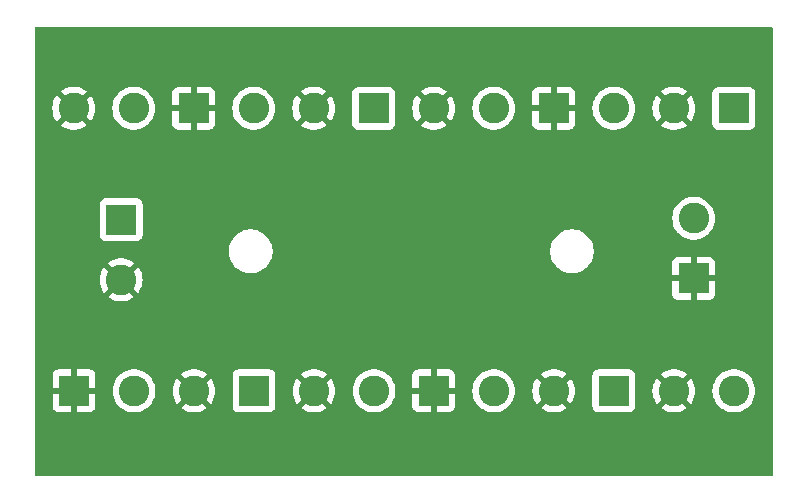
<source format=gbr>
%TF.GenerationSoftware,KiCad,Pcbnew,8.0.2*%
%TF.CreationDate,2024-10-28T21:49:57+01:00*%
%TF.ProjectId,SplitX_2,53706c69-7458-45f3-922e-6b696361645f,rev?*%
%TF.SameCoordinates,Original*%
%TF.FileFunction,Copper,L1,Top*%
%TF.FilePolarity,Positive*%
%FSLAX46Y46*%
G04 Gerber Fmt 4.6, Leading zero omitted, Abs format (unit mm)*
G04 Created by KiCad (PCBNEW 8.0.2) date 2024-10-28 21:49:57*
%MOMM*%
%LPD*%
G01*
G04 APERTURE LIST*
%TA.AperFunction,ComponentPad*%
%ADD10R,2.600000X2.600000*%
%TD*%
%TA.AperFunction,ComponentPad*%
%ADD11C,2.600000*%
%TD*%
G04 APERTURE END LIST*
D10*
%TO.P,J5,1,Pin_1*%
%TO.N,B*%
X220218000Y-43891000D03*
D11*
%TO.P,J5,2,Pin_2*%
%TO.N,A*%
X215138000Y-43891000D03*
%TO.P,J5,3,Pin_3*%
%TO.N,B*%
X210058000Y-43891000D03*
%TD*%
D10*
%TO.P,J6,1,Pin_1*%
%TO.N,B*%
X210080000Y-67818000D03*
D11*
%TO.P,J6,2,Pin_2*%
%TO.N,A*%
X215160000Y-67818000D03*
%TO.P,J6,3,Pin_3*%
%TO.N,B*%
X220240000Y-67818000D03*
%TD*%
D10*
%TO.P,J4,1,Pin_1*%
%TO.N,A*%
X194840000Y-67818000D03*
D11*
%TO.P,J4,2,Pin_2*%
%TO.N,B*%
X199920000Y-67818000D03*
%TO.P,J4,3,Pin_3*%
%TO.N,A*%
X205000000Y-67818000D03*
%TD*%
D10*
%TO.P,J1,1,Pin_1*%
%TO.N,B*%
X198831000Y-53335000D03*
D11*
%TO.P,J1,2,Pin_2*%
%TO.N,A*%
X198831000Y-58415000D03*
%TD*%
D10*
%TO.P,J8,1,Pin_1*%
%TO.N,A*%
X225298000Y-67818000D03*
D11*
%TO.P,J8,2,Pin_2*%
%TO.N,B*%
X230378000Y-67818000D03*
%TO.P,J8,3,Pin_3*%
%TO.N,A*%
X235458000Y-67818000D03*
%TD*%
D10*
%TO.P,J2,1,Pin_1*%
%TO.N,B*%
X250703000Y-43891000D03*
D11*
%TO.P,J2,2,Pin_2*%
%TO.N,A*%
X245623000Y-43891000D03*
%TO.P,J2,3,Pin_3*%
%TO.N,B*%
X240543000Y-43891000D03*
%TD*%
D10*
%TO.P,J7,1,Pin_1*%
%TO.N,A*%
X204978000Y-43891000D03*
D11*
%TO.P,J7,2,Pin_2*%
%TO.N,B*%
X199898000Y-43891000D03*
%TO.P,J7,3,Pin_3*%
%TO.N,A*%
X194818000Y-43891000D03*
%TD*%
D10*
%TO.P,J9,1,Pin_1*%
%TO.N,B*%
X240544000Y-67818000D03*
D11*
%TO.P,J9,2,Pin_2*%
%TO.N,A*%
X245624000Y-67818000D03*
%TO.P,J9,3,Pin_3*%
%TO.N,B*%
X250704000Y-67818000D03*
%TD*%
D10*
%TO.P,J10,1,Pin_1*%
%TO.N,A*%
X247305000Y-58291000D03*
D11*
%TO.P,J10,2,Pin_2*%
%TO.N,B*%
X247305000Y-53211000D03*
%TD*%
D10*
%TO.P,J3,1,Pin_1*%
%TO.N,A*%
X235458000Y-43891000D03*
D11*
%TO.P,J3,2,Pin_2*%
%TO.N,B*%
X230378000Y-43891000D03*
%TO.P,J3,3,Pin_3*%
%TO.N,A*%
X225298000Y-43891000D03*
%TD*%
%TA.AperFunction,Conductor*%
%TO.N,A*%
G36*
X253942121Y-37020002D02*
G01*
X253988614Y-37073658D01*
X254000000Y-37126000D01*
X254000000Y-74874000D01*
X253979998Y-74942121D01*
X253926342Y-74988614D01*
X253874000Y-75000000D01*
X191626000Y-75000000D01*
X191557879Y-74979998D01*
X191511386Y-74926342D01*
X191500000Y-74874000D01*
X191500000Y-66469402D01*
X193032000Y-66469402D01*
X193032000Y-67564000D01*
X194241656Y-67564000D01*
X194214979Y-67628402D01*
X194190000Y-67753981D01*
X194190000Y-67882019D01*
X194214979Y-68007598D01*
X194241656Y-68072000D01*
X193032000Y-68072000D01*
X193032000Y-69166597D01*
X193038505Y-69227093D01*
X193089555Y-69363964D01*
X193089555Y-69363965D01*
X193177095Y-69480904D01*
X193294034Y-69568444D01*
X193430906Y-69619494D01*
X193491402Y-69625999D01*
X193491415Y-69626000D01*
X194586000Y-69626000D01*
X194586000Y-68416344D01*
X194650402Y-68443021D01*
X194775981Y-68468000D01*
X194904019Y-68468000D01*
X195029598Y-68443021D01*
X195094000Y-68416344D01*
X195094000Y-69626000D01*
X196188585Y-69626000D01*
X196188597Y-69625999D01*
X196249093Y-69619494D01*
X196385964Y-69568444D01*
X196385965Y-69568444D01*
X196502904Y-69480904D01*
X196590444Y-69363965D01*
X196590444Y-69363964D01*
X196641494Y-69227093D01*
X196647999Y-69166597D01*
X196648000Y-69166585D01*
X196648000Y-68072000D01*
X195438344Y-68072000D01*
X195465021Y-68007598D01*
X195490000Y-67882019D01*
X195490000Y-67818000D01*
X198106429Y-67818000D01*
X198126685Y-68088302D01*
X198187001Y-68352560D01*
X198187002Y-68352562D01*
X198286027Y-68604875D01*
X198286030Y-68604883D01*
X198421554Y-68839617D01*
X198421556Y-68839620D01*
X198421557Y-68839621D01*
X198473453Y-68904697D01*
X198590561Y-69051546D01*
X198714545Y-69166585D01*
X198789257Y-69235907D01*
X198789263Y-69235911D01*
X199013205Y-69388593D01*
X199013212Y-69388597D01*
X199013215Y-69388599D01*
X199154003Y-69456399D01*
X199257423Y-69506204D01*
X199257436Y-69506209D01*
X199516431Y-69586098D01*
X199516433Y-69586098D01*
X199516442Y-69586101D01*
X199784472Y-69626500D01*
X199784476Y-69626500D01*
X200055524Y-69626500D01*
X200055528Y-69626500D01*
X200323558Y-69586101D01*
X200323568Y-69586098D01*
X200582563Y-69506209D01*
X200582565Y-69506207D01*
X200582572Y-69506206D01*
X200582577Y-69506203D01*
X200582581Y-69506202D01*
X200826780Y-69388602D01*
X200826780Y-69388601D01*
X200826786Y-69388599D01*
X201050743Y-69235907D01*
X201249442Y-69051542D01*
X201418443Y-68839621D01*
X201553971Y-68604879D01*
X201652999Y-68352559D01*
X201713315Y-68088299D01*
X201733571Y-67818000D01*
X203186930Y-67818000D01*
X203207180Y-68088227D01*
X203267480Y-68352413D01*
X203267481Y-68352416D01*
X203366480Y-68604664D01*
X203501968Y-68839335D01*
X203554092Y-68904696D01*
X203554093Y-68904696D01*
X204397301Y-68061488D01*
X204423978Y-68125890D01*
X204495112Y-68232351D01*
X204585649Y-68322888D01*
X204692110Y-68394022D01*
X204756510Y-68420698D01*
X203912455Y-69264752D01*
X203912455Y-69264753D01*
X204093469Y-69388167D01*
X204093470Y-69388168D01*
X204337602Y-69505735D01*
X204596547Y-69585611D01*
X204596555Y-69585612D01*
X204864513Y-69626000D01*
X205135487Y-69626000D01*
X205403444Y-69585612D01*
X205403452Y-69585611D01*
X205662397Y-69505735D01*
X205906529Y-69388168D01*
X205906530Y-69388167D01*
X206087544Y-69264753D01*
X205243489Y-68420698D01*
X205307890Y-68394022D01*
X205414351Y-68322888D01*
X205504888Y-68232351D01*
X205576022Y-68125890D01*
X205602698Y-68061489D01*
X206445906Y-68904697D01*
X206445907Y-68904696D01*
X206498025Y-68839343D01*
X206498031Y-68839335D01*
X206633519Y-68604664D01*
X206732518Y-68352416D01*
X206732519Y-68352413D01*
X206792819Y-68088227D01*
X206813069Y-67818000D01*
X206792819Y-67547772D01*
X206732519Y-67283586D01*
X206732518Y-67283583D01*
X206633519Y-67031335D01*
X206498031Y-66796664D01*
X206445906Y-66731302D01*
X206445905Y-66731302D01*
X205602697Y-67574509D01*
X205576022Y-67510110D01*
X205504888Y-67403649D01*
X205414351Y-67313112D01*
X205307890Y-67241978D01*
X205243488Y-67215301D01*
X205989439Y-66469350D01*
X208271500Y-66469350D01*
X208271500Y-69166649D01*
X208278009Y-69227196D01*
X208278011Y-69227204D01*
X208329110Y-69364202D01*
X208329112Y-69364207D01*
X208416738Y-69481261D01*
X208533792Y-69568887D01*
X208533794Y-69568888D01*
X208533796Y-69568889D01*
X208578629Y-69585611D01*
X208670795Y-69619988D01*
X208670803Y-69619990D01*
X208731350Y-69626499D01*
X208731355Y-69626499D01*
X208731362Y-69626500D01*
X208731368Y-69626500D01*
X211428632Y-69626500D01*
X211428638Y-69626500D01*
X211428645Y-69626499D01*
X211428649Y-69626499D01*
X211489196Y-69619990D01*
X211489199Y-69619989D01*
X211489201Y-69619989D01*
X211626204Y-69568889D01*
X211626799Y-69568444D01*
X211743261Y-69481261D01*
X211830887Y-69364207D01*
X211830887Y-69364206D01*
X211830889Y-69364204D01*
X211881989Y-69227201D01*
X211888500Y-69166638D01*
X211888500Y-67818000D01*
X213346930Y-67818000D01*
X213367180Y-68088227D01*
X213427480Y-68352413D01*
X213427481Y-68352416D01*
X213526480Y-68604664D01*
X213661968Y-68839335D01*
X213714092Y-68904696D01*
X213714093Y-68904696D01*
X214557301Y-68061488D01*
X214583978Y-68125890D01*
X214655112Y-68232351D01*
X214745649Y-68322888D01*
X214852110Y-68394022D01*
X214916510Y-68420698D01*
X214072455Y-69264752D01*
X214072455Y-69264753D01*
X214253469Y-69388167D01*
X214253470Y-69388168D01*
X214497602Y-69505735D01*
X214756547Y-69585611D01*
X214756555Y-69585612D01*
X215024513Y-69626000D01*
X215295487Y-69626000D01*
X215563444Y-69585612D01*
X215563452Y-69585611D01*
X215822397Y-69505735D01*
X216066529Y-69388168D01*
X216066530Y-69388167D01*
X216247544Y-69264753D01*
X215403489Y-68420698D01*
X215467890Y-68394022D01*
X215574351Y-68322888D01*
X215664888Y-68232351D01*
X215736022Y-68125890D01*
X215762698Y-68061489D01*
X216605906Y-68904697D01*
X216605907Y-68904696D01*
X216658025Y-68839343D01*
X216658031Y-68839335D01*
X216793519Y-68604664D01*
X216892518Y-68352416D01*
X216892519Y-68352413D01*
X216952819Y-68088227D01*
X216973069Y-67818000D01*
X218426429Y-67818000D01*
X218446685Y-68088302D01*
X218507001Y-68352560D01*
X218507002Y-68352562D01*
X218606027Y-68604875D01*
X218606030Y-68604883D01*
X218741554Y-68839617D01*
X218741556Y-68839620D01*
X218741557Y-68839621D01*
X218793453Y-68904697D01*
X218910561Y-69051546D01*
X219034545Y-69166585D01*
X219109257Y-69235907D01*
X219109263Y-69235911D01*
X219333205Y-69388593D01*
X219333212Y-69388597D01*
X219333215Y-69388599D01*
X219474003Y-69456399D01*
X219577423Y-69506204D01*
X219577436Y-69506209D01*
X219836431Y-69586098D01*
X219836433Y-69586098D01*
X219836442Y-69586101D01*
X220104472Y-69626500D01*
X220104476Y-69626500D01*
X220375524Y-69626500D01*
X220375528Y-69626500D01*
X220643558Y-69586101D01*
X220643568Y-69586098D01*
X220902563Y-69506209D01*
X220902565Y-69506207D01*
X220902572Y-69506206D01*
X220902577Y-69506203D01*
X220902581Y-69506202D01*
X221146780Y-69388602D01*
X221146780Y-69388601D01*
X221146786Y-69388599D01*
X221370743Y-69235907D01*
X221569442Y-69051542D01*
X221738443Y-68839621D01*
X221873971Y-68604879D01*
X221972999Y-68352559D01*
X222033315Y-68088299D01*
X222053571Y-67818000D01*
X222033315Y-67547701D01*
X221972999Y-67283441D01*
X221873971Y-67031121D01*
X221873970Y-67031120D01*
X221873969Y-67031116D01*
X221738445Y-66796382D01*
X221569438Y-66584453D01*
X221445441Y-66469402D01*
X223490000Y-66469402D01*
X223490000Y-67564000D01*
X224699656Y-67564000D01*
X224672979Y-67628402D01*
X224648000Y-67753981D01*
X224648000Y-67882019D01*
X224672979Y-68007598D01*
X224699656Y-68072000D01*
X223490000Y-68072000D01*
X223490000Y-69166597D01*
X223496505Y-69227093D01*
X223547555Y-69363964D01*
X223547555Y-69363965D01*
X223635095Y-69480904D01*
X223752034Y-69568444D01*
X223888906Y-69619494D01*
X223949402Y-69625999D01*
X223949415Y-69626000D01*
X225044000Y-69626000D01*
X225044000Y-68416344D01*
X225108402Y-68443021D01*
X225233981Y-68468000D01*
X225362019Y-68468000D01*
X225487598Y-68443021D01*
X225552000Y-68416344D01*
X225552000Y-69626000D01*
X226646585Y-69626000D01*
X226646597Y-69625999D01*
X226707093Y-69619494D01*
X226843964Y-69568444D01*
X226843965Y-69568444D01*
X226960904Y-69480904D01*
X227048444Y-69363965D01*
X227048444Y-69363964D01*
X227099494Y-69227093D01*
X227105999Y-69166597D01*
X227106000Y-69166585D01*
X227106000Y-68072000D01*
X225896344Y-68072000D01*
X225923021Y-68007598D01*
X225948000Y-67882019D01*
X225948000Y-67818000D01*
X228564429Y-67818000D01*
X228584685Y-68088302D01*
X228645001Y-68352560D01*
X228645002Y-68352562D01*
X228744027Y-68604875D01*
X228744030Y-68604883D01*
X228879554Y-68839617D01*
X228879556Y-68839620D01*
X228879557Y-68839621D01*
X228931453Y-68904697D01*
X229048561Y-69051546D01*
X229172545Y-69166585D01*
X229247257Y-69235907D01*
X229247263Y-69235911D01*
X229471205Y-69388593D01*
X229471212Y-69388597D01*
X229471215Y-69388599D01*
X229612003Y-69456399D01*
X229715423Y-69506204D01*
X229715436Y-69506209D01*
X229974431Y-69586098D01*
X229974433Y-69586098D01*
X229974442Y-69586101D01*
X230242472Y-69626500D01*
X230242476Y-69626500D01*
X230513524Y-69626500D01*
X230513528Y-69626500D01*
X230781558Y-69586101D01*
X230781568Y-69586098D01*
X231040563Y-69506209D01*
X231040565Y-69506207D01*
X231040572Y-69506206D01*
X231040577Y-69506203D01*
X231040581Y-69506202D01*
X231284780Y-69388602D01*
X231284780Y-69388601D01*
X231284786Y-69388599D01*
X231508743Y-69235907D01*
X231707442Y-69051542D01*
X231876443Y-68839621D01*
X232011971Y-68604879D01*
X232110999Y-68352559D01*
X232171315Y-68088299D01*
X232191571Y-67818000D01*
X233644930Y-67818000D01*
X233665180Y-68088227D01*
X233725480Y-68352413D01*
X233725481Y-68352416D01*
X233824480Y-68604664D01*
X233959968Y-68839335D01*
X234012092Y-68904696D01*
X234012093Y-68904696D01*
X234855301Y-68061488D01*
X234881978Y-68125890D01*
X234953112Y-68232351D01*
X235043649Y-68322888D01*
X235150110Y-68394022D01*
X235214510Y-68420698D01*
X234370455Y-69264752D01*
X234370455Y-69264753D01*
X234551469Y-69388167D01*
X234551470Y-69388168D01*
X234795602Y-69505735D01*
X235054547Y-69585611D01*
X235054555Y-69585612D01*
X235322513Y-69626000D01*
X235593487Y-69626000D01*
X235861444Y-69585612D01*
X235861452Y-69585611D01*
X236120397Y-69505735D01*
X236364529Y-69388168D01*
X236364530Y-69388167D01*
X236545544Y-69264753D01*
X235701489Y-68420698D01*
X235765890Y-68394022D01*
X235872351Y-68322888D01*
X235962888Y-68232351D01*
X236034022Y-68125890D01*
X236060698Y-68061489D01*
X236903906Y-68904697D01*
X236903907Y-68904696D01*
X236956025Y-68839343D01*
X236956031Y-68839335D01*
X237091519Y-68604664D01*
X237190518Y-68352416D01*
X237190519Y-68352413D01*
X237250819Y-68088227D01*
X237271069Y-67818000D01*
X237250819Y-67547772D01*
X237190519Y-67283586D01*
X237190518Y-67283583D01*
X237091519Y-67031335D01*
X236956031Y-66796664D01*
X236903906Y-66731302D01*
X236903905Y-66731302D01*
X236060697Y-67574509D01*
X236034022Y-67510110D01*
X235962888Y-67403649D01*
X235872351Y-67313112D01*
X235765890Y-67241978D01*
X235701488Y-67215301D01*
X236447439Y-66469350D01*
X238735500Y-66469350D01*
X238735500Y-69166649D01*
X238742009Y-69227196D01*
X238742011Y-69227204D01*
X238793110Y-69364202D01*
X238793112Y-69364207D01*
X238880738Y-69481261D01*
X238997792Y-69568887D01*
X238997794Y-69568888D01*
X238997796Y-69568889D01*
X239042629Y-69585611D01*
X239134795Y-69619988D01*
X239134803Y-69619990D01*
X239195350Y-69626499D01*
X239195355Y-69626499D01*
X239195362Y-69626500D01*
X239195368Y-69626500D01*
X241892632Y-69626500D01*
X241892638Y-69626500D01*
X241892645Y-69626499D01*
X241892649Y-69626499D01*
X241953196Y-69619990D01*
X241953199Y-69619989D01*
X241953201Y-69619989D01*
X242090204Y-69568889D01*
X242090799Y-69568444D01*
X242207261Y-69481261D01*
X242294887Y-69364207D01*
X242294887Y-69364206D01*
X242294889Y-69364204D01*
X242345989Y-69227201D01*
X242352500Y-69166638D01*
X242352500Y-67818000D01*
X243810930Y-67818000D01*
X243831180Y-68088227D01*
X243891480Y-68352413D01*
X243891481Y-68352416D01*
X243990480Y-68604664D01*
X244125968Y-68839335D01*
X244178092Y-68904696D01*
X244178093Y-68904696D01*
X245021301Y-68061488D01*
X245047978Y-68125890D01*
X245119112Y-68232351D01*
X245209649Y-68322888D01*
X245316110Y-68394022D01*
X245380510Y-68420698D01*
X244536455Y-69264752D01*
X244536455Y-69264753D01*
X244717469Y-69388167D01*
X244717470Y-69388168D01*
X244961602Y-69505735D01*
X245220547Y-69585611D01*
X245220555Y-69585612D01*
X245488513Y-69626000D01*
X245759487Y-69626000D01*
X246027444Y-69585612D01*
X246027452Y-69585611D01*
X246286397Y-69505735D01*
X246530529Y-69388168D01*
X246530530Y-69388167D01*
X246711544Y-69264753D01*
X245867489Y-68420698D01*
X245931890Y-68394022D01*
X246038351Y-68322888D01*
X246128888Y-68232351D01*
X246200022Y-68125890D01*
X246226698Y-68061489D01*
X247069906Y-68904697D01*
X247069907Y-68904696D01*
X247122025Y-68839343D01*
X247122031Y-68839335D01*
X247257519Y-68604664D01*
X247356518Y-68352416D01*
X247356519Y-68352413D01*
X247416819Y-68088227D01*
X247437069Y-67818000D01*
X248890429Y-67818000D01*
X248910685Y-68088302D01*
X248971001Y-68352560D01*
X248971002Y-68352562D01*
X249070027Y-68604875D01*
X249070030Y-68604883D01*
X249205554Y-68839617D01*
X249205556Y-68839620D01*
X249205557Y-68839621D01*
X249257453Y-68904697D01*
X249374561Y-69051546D01*
X249498545Y-69166585D01*
X249573257Y-69235907D01*
X249573263Y-69235911D01*
X249797205Y-69388593D01*
X249797212Y-69388597D01*
X249797215Y-69388599D01*
X249938003Y-69456399D01*
X250041423Y-69506204D01*
X250041436Y-69506209D01*
X250300431Y-69586098D01*
X250300433Y-69586098D01*
X250300442Y-69586101D01*
X250568472Y-69626500D01*
X250568476Y-69626500D01*
X250839524Y-69626500D01*
X250839528Y-69626500D01*
X251107558Y-69586101D01*
X251107568Y-69586098D01*
X251366563Y-69506209D01*
X251366565Y-69506207D01*
X251366572Y-69506206D01*
X251366577Y-69506203D01*
X251366581Y-69506202D01*
X251610780Y-69388602D01*
X251610780Y-69388601D01*
X251610786Y-69388599D01*
X251834743Y-69235907D01*
X252033442Y-69051542D01*
X252202443Y-68839621D01*
X252337971Y-68604879D01*
X252436999Y-68352559D01*
X252497315Y-68088299D01*
X252517571Y-67818000D01*
X252497315Y-67547701D01*
X252436999Y-67283441D01*
X252337971Y-67031121D01*
X252337970Y-67031120D01*
X252337969Y-67031116D01*
X252202445Y-66796382D01*
X252033438Y-66584453D01*
X251844126Y-66408799D01*
X251834743Y-66400093D01*
X251792432Y-66371246D01*
X251646917Y-66272035D01*
X251610786Y-66247401D01*
X251610783Y-66247400D01*
X251610781Y-66247398D01*
X251610780Y-66247397D01*
X251366581Y-66129797D01*
X251366563Y-66129790D01*
X251107568Y-66049901D01*
X251107560Y-66049899D01*
X251107558Y-66049899D01*
X250839528Y-66009500D01*
X250568472Y-66009500D01*
X250300442Y-66049899D01*
X250300440Y-66049899D01*
X250300431Y-66049901D01*
X250041436Y-66129790D01*
X250041423Y-66129795D01*
X249797212Y-66247402D01*
X249797205Y-66247406D01*
X249573263Y-66400088D01*
X249573251Y-66400098D01*
X249374561Y-66584453D01*
X249205554Y-66796382D01*
X249070030Y-67031116D01*
X249070027Y-67031124D01*
X248971002Y-67283437D01*
X248971001Y-67283439D01*
X248910685Y-67547697D01*
X248890429Y-67818000D01*
X247437069Y-67818000D01*
X247416819Y-67547772D01*
X247356519Y-67283586D01*
X247356518Y-67283583D01*
X247257519Y-67031335D01*
X247122031Y-66796664D01*
X247069906Y-66731302D01*
X247069905Y-66731302D01*
X246226697Y-67574509D01*
X246200022Y-67510110D01*
X246128888Y-67403649D01*
X246038351Y-67313112D01*
X245931890Y-67241978D01*
X245867488Y-67215301D01*
X246711543Y-66371246D01*
X246711543Y-66371244D01*
X246530537Y-66247836D01*
X246530529Y-66247831D01*
X246286397Y-66130264D01*
X246027452Y-66050388D01*
X246027444Y-66050387D01*
X245759487Y-66010000D01*
X245488513Y-66010000D01*
X245220555Y-66050387D01*
X245220547Y-66050388D01*
X244961602Y-66130264D01*
X244717470Y-66247831D01*
X244717462Y-66247836D01*
X244536455Y-66371244D01*
X244536455Y-66371246D01*
X245380510Y-67215301D01*
X245316110Y-67241978D01*
X245209649Y-67313112D01*
X245119112Y-67403649D01*
X245047978Y-67510110D01*
X245021301Y-67574510D01*
X244178093Y-66731302D01*
X244178091Y-66731302D01*
X244125968Y-66796664D01*
X243990480Y-67031335D01*
X243891481Y-67283583D01*
X243891480Y-67283586D01*
X243831180Y-67547772D01*
X243810930Y-67818000D01*
X242352500Y-67818000D01*
X242352500Y-66469362D01*
X242346001Y-66408906D01*
X242345990Y-66408803D01*
X242345988Y-66408795D01*
X242294978Y-66272035D01*
X242294889Y-66271796D01*
X242294888Y-66271794D01*
X242294887Y-66271792D01*
X242207261Y-66154738D01*
X242090207Y-66067112D01*
X242090202Y-66067110D01*
X241953204Y-66016011D01*
X241953196Y-66016009D01*
X241892649Y-66009500D01*
X241892638Y-66009500D01*
X239195362Y-66009500D01*
X239195350Y-66009500D01*
X239134803Y-66016009D01*
X239134795Y-66016011D01*
X238997797Y-66067110D01*
X238997792Y-66067112D01*
X238880738Y-66154738D01*
X238793112Y-66271792D01*
X238793110Y-66271797D01*
X238742011Y-66408795D01*
X238742009Y-66408803D01*
X238735500Y-66469350D01*
X236447439Y-66469350D01*
X236545543Y-66371246D01*
X236545543Y-66371244D01*
X236364537Y-66247836D01*
X236364529Y-66247831D01*
X236120397Y-66130264D01*
X235861452Y-66050388D01*
X235861444Y-66050387D01*
X235593487Y-66010000D01*
X235322513Y-66010000D01*
X235054555Y-66050387D01*
X235054547Y-66050388D01*
X234795602Y-66130264D01*
X234551470Y-66247831D01*
X234551462Y-66247836D01*
X234370455Y-66371244D01*
X234370455Y-66371246D01*
X235214510Y-67215301D01*
X235150110Y-67241978D01*
X235043649Y-67313112D01*
X234953112Y-67403649D01*
X234881978Y-67510110D01*
X234855301Y-67574510D01*
X234012093Y-66731302D01*
X234012091Y-66731302D01*
X233959968Y-66796664D01*
X233824480Y-67031335D01*
X233725481Y-67283583D01*
X233725480Y-67283586D01*
X233665180Y-67547772D01*
X233644930Y-67818000D01*
X232191571Y-67818000D01*
X232171315Y-67547701D01*
X232110999Y-67283441D01*
X232011971Y-67031121D01*
X232011970Y-67031120D01*
X232011969Y-67031116D01*
X231876445Y-66796382D01*
X231707438Y-66584453D01*
X231518126Y-66408799D01*
X231508743Y-66400093D01*
X231466432Y-66371246D01*
X231320917Y-66272035D01*
X231284786Y-66247401D01*
X231284783Y-66247400D01*
X231284781Y-66247398D01*
X231284780Y-66247397D01*
X231040581Y-66129797D01*
X231040563Y-66129790D01*
X230781568Y-66049901D01*
X230781560Y-66049899D01*
X230781558Y-66049899D01*
X230513528Y-66009500D01*
X230242472Y-66009500D01*
X229974442Y-66049899D01*
X229974440Y-66049899D01*
X229974431Y-66049901D01*
X229715436Y-66129790D01*
X229715423Y-66129795D01*
X229471212Y-66247402D01*
X229471205Y-66247406D01*
X229247263Y-66400088D01*
X229247251Y-66400098D01*
X229048561Y-66584453D01*
X228879554Y-66796382D01*
X228744030Y-67031116D01*
X228744027Y-67031124D01*
X228645002Y-67283437D01*
X228645001Y-67283439D01*
X228584685Y-67547697D01*
X228564429Y-67818000D01*
X225948000Y-67818000D01*
X225948000Y-67753981D01*
X225923021Y-67628402D01*
X225896344Y-67564000D01*
X227106000Y-67564000D01*
X227106000Y-66469414D01*
X227105999Y-66469402D01*
X227099494Y-66408906D01*
X227048444Y-66272035D01*
X227048444Y-66272034D01*
X226960904Y-66155095D01*
X226843965Y-66067555D01*
X226707093Y-66016505D01*
X226646597Y-66010000D01*
X225552000Y-66010000D01*
X225552000Y-67219655D01*
X225487598Y-67192979D01*
X225362019Y-67168000D01*
X225233981Y-67168000D01*
X225108402Y-67192979D01*
X225044000Y-67219655D01*
X225044000Y-66010000D01*
X223949402Y-66010000D01*
X223888906Y-66016505D01*
X223752035Y-66067555D01*
X223752034Y-66067555D01*
X223635095Y-66155095D01*
X223547555Y-66272034D01*
X223547555Y-66272035D01*
X223496505Y-66408906D01*
X223490000Y-66469402D01*
X221445441Y-66469402D01*
X221380126Y-66408799D01*
X221370743Y-66400093D01*
X221328432Y-66371246D01*
X221182917Y-66272035D01*
X221146786Y-66247401D01*
X221146783Y-66247400D01*
X221146781Y-66247398D01*
X221146780Y-66247397D01*
X220902581Y-66129797D01*
X220902563Y-66129790D01*
X220643568Y-66049901D01*
X220643560Y-66049899D01*
X220643558Y-66049899D01*
X220375528Y-66009500D01*
X220104472Y-66009500D01*
X219836442Y-66049899D01*
X219836440Y-66049899D01*
X219836431Y-66049901D01*
X219577436Y-66129790D01*
X219577423Y-66129795D01*
X219333212Y-66247402D01*
X219333205Y-66247406D01*
X219109263Y-66400088D01*
X219109251Y-66400098D01*
X218910561Y-66584453D01*
X218741554Y-66796382D01*
X218606030Y-67031116D01*
X218606027Y-67031124D01*
X218507002Y-67283437D01*
X218507001Y-67283439D01*
X218446685Y-67547697D01*
X218426429Y-67818000D01*
X216973069Y-67818000D01*
X216952819Y-67547772D01*
X216892519Y-67283586D01*
X216892518Y-67283583D01*
X216793519Y-67031335D01*
X216658031Y-66796664D01*
X216605906Y-66731302D01*
X216605905Y-66731302D01*
X215762697Y-67574509D01*
X215736022Y-67510110D01*
X215664888Y-67403649D01*
X215574351Y-67313112D01*
X215467890Y-67241978D01*
X215403488Y-67215301D01*
X216247543Y-66371246D01*
X216247543Y-66371244D01*
X216066537Y-66247836D01*
X216066529Y-66247831D01*
X215822397Y-66130264D01*
X215563452Y-66050388D01*
X215563444Y-66050387D01*
X215295487Y-66010000D01*
X215024513Y-66010000D01*
X214756555Y-66050387D01*
X214756547Y-66050388D01*
X214497602Y-66130264D01*
X214253470Y-66247831D01*
X214253462Y-66247836D01*
X214072455Y-66371244D01*
X214072455Y-66371246D01*
X214916510Y-67215301D01*
X214852110Y-67241978D01*
X214745649Y-67313112D01*
X214655112Y-67403649D01*
X214583978Y-67510110D01*
X214557301Y-67574510D01*
X213714093Y-66731302D01*
X213714091Y-66731302D01*
X213661968Y-66796664D01*
X213526480Y-67031335D01*
X213427481Y-67283583D01*
X213427480Y-67283586D01*
X213367180Y-67547772D01*
X213346930Y-67818000D01*
X211888500Y-67818000D01*
X211888500Y-66469362D01*
X211882001Y-66408906D01*
X211881990Y-66408803D01*
X211881988Y-66408795D01*
X211830978Y-66272035D01*
X211830889Y-66271796D01*
X211830888Y-66271794D01*
X211830887Y-66271792D01*
X211743261Y-66154738D01*
X211626207Y-66067112D01*
X211626202Y-66067110D01*
X211489204Y-66016011D01*
X211489196Y-66016009D01*
X211428649Y-66009500D01*
X211428638Y-66009500D01*
X208731362Y-66009500D01*
X208731350Y-66009500D01*
X208670803Y-66016009D01*
X208670795Y-66016011D01*
X208533797Y-66067110D01*
X208533792Y-66067112D01*
X208416738Y-66154738D01*
X208329112Y-66271792D01*
X208329110Y-66271797D01*
X208278011Y-66408795D01*
X208278009Y-66408803D01*
X208271500Y-66469350D01*
X205989439Y-66469350D01*
X206087543Y-66371246D01*
X206087543Y-66371244D01*
X205906537Y-66247836D01*
X205906529Y-66247831D01*
X205662397Y-66130264D01*
X205403452Y-66050388D01*
X205403444Y-66050387D01*
X205135487Y-66010000D01*
X204864513Y-66010000D01*
X204596555Y-66050387D01*
X204596547Y-66050388D01*
X204337602Y-66130264D01*
X204093470Y-66247831D01*
X204093462Y-66247836D01*
X203912455Y-66371244D01*
X203912455Y-66371246D01*
X204756510Y-67215301D01*
X204692110Y-67241978D01*
X204585649Y-67313112D01*
X204495112Y-67403649D01*
X204423978Y-67510110D01*
X204397301Y-67574510D01*
X203554093Y-66731302D01*
X203554091Y-66731302D01*
X203501968Y-66796664D01*
X203366480Y-67031335D01*
X203267481Y-67283583D01*
X203267480Y-67283586D01*
X203207180Y-67547772D01*
X203186930Y-67818000D01*
X201733571Y-67818000D01*
X201713315Y-67547701D01*
X201652999Y-67283441D01*
X201553971Y-67031121D01*
X201553970Y-67031120D01*
X201553969Y-67031116D01*
X201418445Y-66796382D01*
X201249438Y-66584453D01*
X201060126Y-66408799D01*
X201050743Y-66400093D01*
X201008432Y-66371246D01*
X200862917Y-66272035D01*
X200826786Y-66247401D01*
X200826783Y-66247400D01*
X200826781Y-66247398D01*
X200826780Y-66247397D01*
X200582581Y-66129797D01*
X200582563Y-66129790D01*
X200323568Y-66049901D01*
X200323560Y-66049899D01*
X200323558Y-66049899D01*
X200055528Y-66009500D01*
X199784472Y-66009500D01*
X199516442Y-66049899D01*
X199516440Y-66049899D01*
X199516431Y-66049901D01*
X199257436Y-66129790D01*
X199257423Y-66129795D01*
X199013212Y-66247402D01*
X199013205Y-66247406D01*
X198789263Y-66400088D01*
X198789251Y-66400098D01*
X198590561Y-66584453D01*
X198421554Y-66796382D01*
X198286030Y-67031116D01*
X198286027Y-67031124D01*
X198187002Y-67283437D01*
X198187001Y-67283439D01*
X198126685Y-67547697D01*
X198106429Y-67818000D01*
X195490000Y-67818000D01*
X195490000Y-67753981D01*
X195465021Y-67628402D01*
X195438344Y-67564000D01*
X196648000Y-67564000D01*
X196648000Y-66469414D01*
X196647999Y-66469402D01*
X196641494Y-66408906D01*
X196590444Y-66272035D01*
X196590444Y-66272034D01*
X196502904Y-66155095D01*
X196385965Y-66067555D01*
X196249093Y-66016505D01*
X196188597Y-66010000D01*
X195094000Y-66010000D01*
X195094000Y-67219655D01*
X195029598Y-67192979D01*
X194904019Y-67168000D01*
X194775981Y-67168000D01*
X194650402Y-67192979D01*
X194586000Y-67219655D01*
X194586000Y-66010000D01*
X193491402Y-66010000D01*
X193430906Y-66016505D01*
X193294035Y-66067555D01*
X193294034Y-66067555D01*
X193177095Y-66155095D01*
X193089555Y-66272034D01*
X193089555Y-66272035D01*
X193038505Y-66408906D01*
X193032000Y-66469402D01*
X191500000Y-66469402D01*
X191500000Y-58415000D01*
X197017930Y-58415000D01*
X197038180Y-58685227D01*
X197098480Y-58949413D01*
X197098481Y-58949416D01*
X197197480Y-59201664D01*
X197332968Y-59436335D01*
X197385092Y-59501696D01*
X197385093Y-59501696D01*
X198228301Y-58658488D01*
X198254978Y-58722890D01*
X198326112Y-58829351D01*
X198416649Y-58919888D01*
X198523110Y-58991022D01*
X198587510Y-59017698D01*
X197743455Y-59861752D01*
X197743455Y-59861753D01*
X197924469Y-59985167D01*
X197924470Y-59985168D01*
X198168602Y-60102735D01*
X198427547Y-60182611D01*
X198427555Y-60182612D01*
X198695513Y-60223000D01*
X198966487Y-60223000D01*
X199234444Y-60182612D01*
X199234452Y-60182611D01*
X199493397Y-60102735D01*
X199737529Y-59985168D01*
X199737530Y-59985167D01*
X199918544Y-59861753D01*
X199074489Y-59017698D01*
X199138890Y-58991022D01*
X199245351Y-58919888D01*
X199335888Y-58829351D01*
X199407022Y-58722890D01*
X199433698Y-58658489D01*
X200276906Y-59501697D01*
X200276907Y-59501696D01*
X200329025Y-59436343D01*
X200329031Y-59436335D01*
X200464519Y-59201664D01*
X200563518Y-58949416D01*
X200563519Y-58949413D01*
X200623819Y-58685227D01*
X200644069Y-58415000D01*
X200623819Y-58144772D01*
X200563519Y-57880586D01*
X200563518Y-57880583D01*
X200464519Y-57628335D01*
X200329031Y-57393664D01*
X200276906Y-57328302D01*
X200276905Y-57328302D01*
X199433697Y-58171509D01*
X199407022Y-58107110D01*
X199335888Y-58000649D01*
X199245351Y-57910112D01*
X199138890Y-57838978D01*
X199074488Y-57812301D01*
X199918543Y-56968246D01*
X199918543Y-56968244D01*
X199737537Y-56844836D01*
X199737529Y-56844831D01*
X199493397Y-56727264D01*
X199234452Y-56647388D01*
X199234444Y-56647387D01*
X198966487Y-56607000D01*
X198695513Y-56607000D01*
X198427555Y-56647387D01*
X198427547Y-56647388D01*
X198168602Y-56727264D01*
X197924470Y-56844831D01*
X197924462Y-56844836D01*
X197743455Y-56968244D01*
X197743455Y-56968246D01*
X198587510Y-57812301D01*
X198523110Y-57838978D01*
X198416649Y-57910112D01*
X198326112Y-58000649D01*
X198254978Y-58107110D01*
X198228301Y-58171510D01*
X197385093Y-57328302D01*
X197385091Y-57328302D01*
X197332968Y-57393664D01*
X197197480Y-57628335D01*
X197098481Y-57880583D01*
X197098480Y-57880586D01*
X197038180Y-58144772D01*
X197017930Y-58415000D01*
X191500000Y-58415000D01*
X191500000Y-55878709D01*
X207953500Y-55878709D01*
X207953500Y-56121290D01*
X207985160Y-56361782D01*
X208047944Y-56596095D01*
X208047945Y-56596097D01*
X208047946Y-56596100D01*
X208140776Y-56820212D01*
X208140777Y-56820213D01*
X208140782Y-56820224D01*
X208262061Y-57030285D01*
X208262063Y-57030288D01*
X208262064Y-57030289D01*
X208409735Y-57222738D01*
X208409739Y-57222742D01*
X208409744Y-57222748D01*
X208581251Y-57394255D01*
X208581256Y-57394259D01*
X208581262Y-57394265D01*
X208773711Y-57541936D01*
X208773714Y-57541938D01*
X208983775Y-57663217D01*
X208983779Y-57663218D01*
X208983788Y-57663224D01*
X209207900Y-57756054D01*
X209442211Y-57818838D01*
X209442215Y-57818838D01*
X209442217Y-57818839D01*
X209504202Y-57826999D01*
X209682712Y-57850500D01*
X209682719Y-57850500D01*
X209925281Y-57850500D01*
X209925288Y-57850500D01*
X210142637Y-57821885D01*
X210165782Y-57818839D01*
X210165782Y-57818838D01*
X210165789Y-57818838D01*
X210400100Y-57756054D01*
X210624212Y-57663224D01*
X210834289Y-57541936D01*
X211026738Y-57394265D01*
X211198265Y-57222738D01*
X211345936Y-57030289D01*
X211467224Y-56820212D01*
X211560054Y-56596100D01*
X211622838Y-56361789D01*
X211654500Y-56121288D01*
X211654500Y-55878712D01*
X211654500Y-55878709D01*
X235149500Y-55878709D01*
X235149500Y-56121290D01*
X235181160Y-56361782D01*
X235243944Y-56596095D01*
X235243945Y-56596097D01*
X235243946Y-56596100D01*
X235336776Y-56820212D01*
X235336777Y-56820213D01*
X235336782Y-56820224D01*
X235458061Y-57030285D01*
X235458063Y-57030288D01*
X235458064Y-57030289D01*
X235605735Y-57222738D01*
X235605739Y-57222742D01*
X235605744Y-57222748D01*
X235777251Y-57394255D01*
X235777256Y-57394259D01*
X235777262Y-57394265D01*
X235969711Y-57541936D01*
X235969714Y-57541938D01*
X236179775Y-57663217D01*
X236179779Y-57663218D01*
X236179788Y-57663224D01*
X236403900Y-57756054D01*
X236638211Y-57818838D01*
X236638215Y-57818838D01*
X236638217Y-57818839D01*
X236700202Y-57826999D01*
X236878712Y-57850500D01*
X236878719Y-57850500D01*
X237121281Y-57850500D01*
X237121288Y-57850500D01*
X237338637Y-57821885D01*
X237361782Y-57818839D01*
X237361782Y-57818838D01*
X237361789Y-57818838D01*
X237596100Y-57756054D01*
X237820212Y-57663224D01*
X238030289Y-57541936D01*
X238222738Y-57394265D01*
X238394265Y-57222738D01*
X238541936Y-57030289D01*
X238592678Y-56942402D01*
X245497000Y-56942402D01*
X245497000Y-58037000D01*
X246706656Y-58037000D01*
X246679979Y-58101402D01*
X246655000Y-58226981D01*
X246655000Y-58355019D01*
X246679979Y-58480598D01*
X246706656Y-58545000D01*
X245497000Y-58545000D01*
X245497000Y-59639597D01*
X245503505Y-59700093D01*
X245554555Y-59836964D01*
X245554555Y-59836965D01*
X245642095Y-59953904D01*
X245759034Y-60041444D01*
X245895906Y-60092494D01*
X245956402Y-60098999D01*
X245956415Y-60099000D01*
X247051000Y-60099000D01*
X247051000Y-58889344D01*
X247115402Y-58916021D01*
X247240981Y-58941000D01*
X247369019Y-58941000D01*
X247494598Y-58916021D01*
X247559000Y-58889344D01*
X247559000Y-60099000D01*
X248653585Y-60099000D01*
X248653597Y-60098999D01*
X248714093Y-60092494D01*
X248850964Y-60041444D01*
X248850965Y-60041444D01*
X248967904Y-59953904D01*
X249055444Y-59836965D01*
X249055444Y-59836964D01*
X249106494Y-59700093D01*
X249112999Y-59639597D01*
X249113000Y-59639585D01*
X249113000Y-58545000D01*
X247903344Y-58545000D01*
X247930021Y-58480598D01*
X247955000Y-58355019D01*
X247955000Y-58226981D01*
X247930021Y-58101402D01*
X247903344Y-58037000D01*
X249113000Y-58037000D01*
X249113000Y-56942414D01*
X249112999Y-56942402D01*
X249106494Y-56881906D01*
X249055444Y-56745035D01*
X249055444Y-56745034D01*
X248967904Y-56628095D01*
X248850965Y-56540555D01*
X248714093Y-56489505D01*
X248653597Y-56483000D01*
X247559000Y-56483000D01*
X247559000Y-57692655D01*
X247494598Y-57665979D01*
X247369019Y-57641000D01*
X247240981Y-57641000D01*
X247115402Y-57665979D01*
X247051000Y-57692655D01*
X247051000Y-56483000D01*
X245956402Y-56483000D01*
X245895906Y-56489505D01*
X245759035Y-56540555D01*
X245759034Y-56540555D01*
X245642095Y-56628095D01*
X245554555Y-56745034D01*
X245554555Y-56745035D01*
X245503505Y-56881906D01*
X245497000Y-56942402D01*
X238592678Y-56942402D01*
X238663224Y-56820212D01*
X238756054Y-56596100D01*
X238818838Y-56361789D01*
X238850500Y-56121288D01*
X238850500Y-55878712D01*
X238818838Y-55638211D01*
X238756054Y-55403900D01*
X238663224Y-55179788D01*
X238663218Y-55179779D01*
X238663217Y-55179775D01*
X238541938Y-54969714D01*
X238541936Y-54969711D01*
X238394265Y-54777262D01*
X238394259Y-54777256D01*
X238394255Y-54777251D01*
X238222748Y-54605744D01*
X238222742Y-54605739D01*
X238222738Y-54605735D01*
X238030289Y-54458064D01*
X238030288Y-54458063D01*
X238030285Y-54458061D01*
X237820224Y-54336782D01*
X237820216Y-54336778D01*
X237820212Y-54336776D01*
X237596100Y-54243946D01*
X237596097Y-54243945D01*
X237596095Y-54243944D01*
X237361782Y-54181160D01*
X237121290Y-54149500D01*
X237121288Y-54149500D01*
X236878712Y-54149500D01*
X236878709Y-54149500D01*
X236638217Y-54181160D01*
X236403904Y-54243944D01*
X236403900Y-54243946D01*
X236179786Y-54336777D01*
X236179775Y-54336782D01*
X235969714Y-54458061D01*
X235777262Y-54605735D01*
X235777251Y-54605744D01*
X235605744Y-54777251D01*
X235605735Y-54777262D01*
X235458061Y-54969714D01*
X235336782Y-55179775D01*
X235336777Y-55179786D01*
X235243946Y-55403900D01*
X235243944Y-55403904D01*
X235181160Y-55638217D01*
X235149500Y-55878709D01*
X211654500Y-55878709D01*
X211622838Y-55638211D01*
X211560054Y-55403900D01*
X211467224Y-55179788D01*
X211467218Y-55179779D01*
X211467217Y-55179775D01*
X211345938Y-54969714D01*
X211345936Y-54969711D01*
X211198265Y-54777262D01*
X211198259Y-54777256D01*
X211198255Y-54777251D01*
X211026748Y-54605744D01*
X211026742Y-54605739D01*
X211026738Y-54605735D01*
X210834289Y-54458064D01*
X210834288Y-54458063D01*
X210834285Y-54458061D01*
X210624224Y-54336782D01*
X210624216Y-54336778D01*
X210624212Y-54336776D01*
X210400100Y-54243946D01*
X210400097Y-54243945D01*
X210400095Y-54243944D01*
X210165782Y-54181160D01*
X209925290Y-54149500D01*
X209925288Y-54149500D01*
X209682712Y-54149500D01*
X209682709Y-54149500D01*
X209442217Y-54181160D01*
X209207904Y-54243944D01*
X209207900Y-54243946D01*
X208983786Y-54336777D01*
X208983775Y-54336782D01*
X208773714Y-54458061D01*
X208581262Y-54605735D01*
X208581251Y-54605744D01*
X208409744Y-54777251D01*
X208409735Y-54777262D01*
X208262061Y-54969714D01*
X208140782Y-55179775D01*
X208140777Y-55179786D01*
X208047946Y-55403900D01*
X208047944Y-55403904D01*
X207985160Y-55638217D01*
X207953500Y-55878709D01*
X191500000Y-55878709D01*
X191500000Y-51986350D01*
X197022500Y-51986350D01*
X197022500Y-54683649D01*
X197029009Y-54744196D01*
X197029011Y-54744204D01*
X197080110Y-54881202D01*
X197080112Y-54881207D01*
X197167738Y-54998261D01*
X197284792Y-55085887D01*
X197284794Y-55085888D01*
X197284796Y-55085889D01*
X197343875Y-55107924D01*
X197421795Y-55136988D01*
X197421803Y-55136990D01*
X197482350Y-55143499D01*
X197482355Y-55143499D01*
X197482362Y-55143500D01*
X197482368Y-55143500D01*
X200179632Y-55143500D01*
X200179638Y-55143500D01*
X200179645Y-55143499D01*
X200179649Y-55143499D01*
X200240196Y-55136990D01*
X200240199Y-55136989D01*
X200240201Y-55136989D01*
X200377204Y-55085889D01*
X200494261Y-54998261D01*
X200568413Y-54899206D01*
X200581887Y-54881207D01*
X200581887Y-54881206D01*
X200581889Y-54881204D01*
X200632989Y-54744201D01*
X200639500Y-54683638D01*
X200639500Y-53211000D01*
X245491429Y-53211000D01*
X245511685Y-53481302D01*
X245572001Y-53745560D01*
X245572002Y-53745562D01*
X245671027Y-53997875D01*
X245671030Y-53997883D01*
X245806554Y-54232617D01*
X245806556Y-54232620D01*
X245806557Y-54232621D01*
X245889618Y-54336776D01*
X245975561Y-54444546D01*
X246122106Y-54580518D01*
X246174257Y-54628907D01*
X246174263Y-54628911D01*
X246398205Y-54781593D01*
X246398212Y-54781597D01*
X246398215Y-54781599D01*
X246539003Y-54849399D01*
X246642423Y-54899204D01*
X246642436Y-54899209D01*
X246901431Y-54979098D01*
X246901433Y-54979098D01*
X246901442Y-54979101D01*
X247169472Y-55019500D01*
X247169476Y-55019500D01*
X247440524Y-55019500D01*
X247440528Y-55019500D01*
X247708558Y-54979101D01*
X247739000Y-54969711D01*
X247967563Y-54899209D01*
X247967565Y-54899207D01*
X247967572Y-54899206D01*
X247967577Y-54899203D01*
X247967581Y-54899202D01*
X248211780Y-54781602D01*
X248211780Y-54781601D01*
X248211786Y-54781599D01*
X248435743Y-54628907D01*
X248634442Y-54444542D01*
X248803443Y-54232621D01*
X248938971Y-53997879D01*
X249037999Y-53745559D01*
X249098315Y-53481299D01*
X249118571Y-53211000D01*
X249098315Y-52940701D01*
X249037999Y-52676441D01*
X248938971Y-52424121D01*
X248938970Y-52424120D01*
X248938969Y-52424116D01*
X248803445Y-52189382D01*
X248634438Y-51977453D01*
X248435748Y-51793098D01*
X248435742Y-51793092D01*
X248257750Y-51671739D01*
X248211786Y-51640401D01*
X248211783Y-51640400D01*
X248211781Y-51640398D01*
X248211780Y-51640397D01*
X247967581Y-51522797D01*
X247967563Y-51522790D01*
X247708568Y-51442901D01*
X247708560Y-51442899D01*
X247708558Y-51442899D01*
X247440528Y-51402500D01*
X247169472Y-51402500D01*
X246901442Y-51442899D01*
X246901440Y-51442899D01*
X246901431Y-51442901D01*
X246642436Y-51522790D01*
X246642423Y-51522795D01*
X246398212Y-51640402D01*
X246398205Y-51640406D01*
X246174263Y-51793088D01*
X246174251Y-51793098D01*
X245975561Y-51977453D01*
X245806554Y-52189382D01*
X245671030Y-52424116D01*
X245671027Y-52424124D01*
X245572002Y-52676437D01*
X245572001Y-52676439D01*
X245511685Y-52940697D01*
X245491429Y-53211000D01*
X200639500Y-53211000D01*
X200639500Y-51986362D01*
X200638543Y-51977458D01*
X200632990Y-51925803D01*
X200632988Y-51925795D01*
X200603924Y-51847875D01*
X200581889Y-51788796D01*
X200581888Y-51788794D01*
X200581887Y-51788792D01*
X200494261Y-51671738D01*
X200377207Y-51584112D01*
X200377202Y-51584110D01*
X200240204Y-51533011D01*
X200240196Y-51533009D01*
X200179649Y-51526500D01*
X200179638Y-51526500D01*
X197482362Y-51526500D01*
X197482350Y-51526500D01*
X197421803Y-51533009D01*
X197421795Y-51533011D01*
X197284797Y-51584110D01*
X197284792Y-51584112D01*
X197167738Y-51671738D01*
X197080112Y-51788792D01*
X197080110Y-51788797D01*
X197029011Y-51925795D01*
X197029009Y-51925803D01*
X197022500Y-51986350D01*
X191500000Y-51986350D01*
X191500000Y-43891000D01*
X193004930Y-43891000D01*
X193025180Y-44161227D01*
X193085480Y-44425413D01*
X193085481Y-44425416D01*
X193184480Y-44677664D01*
X193319968Y-44912335D01*
X193372092Y-44977696D01*
X193372093Y-44977696D01*
X194215301Y-44134488D01*
X194241978Y-44198890D01*
X194313112Y-44305351D01*
X194403649Y-44395888D01*
X194510110Y-44467022D01*
X194574510Y-44493698D01*
X193730455Y-45337752D01*
X193730455Y-45337753D01*
X193911469Y-45461167D01*
X193911470Y-45461168D01*
X194155602Y-45578735D01*
X194414547Y-45658611D01*
X194414555Y-45658612D01*
X194682513Y-45699000D01*
X194953487Y-45699000D01*
X195221444Y-45658612D01*
X195221452Y-45658611D01*
X195480397Y-45578735D01*
X195724529Y-45461168D01*
X195724530Y-45461167D01*
X195905544Y-45337753D01*
X195061489Y-44493698D01*
X195125890Y-44467022D01*
X195232351Y-44395888D01*
X195322888Y-44305351D01*
X195394022Y-44198890D01*
X195420698Y-44134489D01*
X196263906Y-44977697D01*
X196263907Y-44977696D01*
X196316025Y-44912343D01*
X196316031Y-44912335D01*
X196451519Y-44677664D01*
X196550518Y-44425416D01*
X196550519Y-44425413D01*
X196610819Y-44161227D01*
X196631069Y-43891000D01*
X198084429Y-43891000D01*
X198104685Y-44161302D01*
X198165001Y-44425560D01*
X198165002Y-44425562D01*
X198264027Y-44677875D01*
X198264030Y-44677883D01*
X198399554Y-44912617D01*
X198399556Y-44912620D01*
X198399557Y-44912621D01*
X198451453Y-44977697D01*
X198568561Y-45124546D01*
X198692545Y-45239585D01*
X198767257Y-45308907D01*
X198767263Y-45308911D01*
X198991205Y-45461593D01*
X198991212Y-45461597D01*
X198991215Y-45461599D01*
X199132003Y-45529399D01*
X199235423Y-45579204D01*
X199235436Y-45579209D01*
X199494431Y-45659098D01*
X199494433Y-45659098D01*
X199494442Y-45659101D01*
X199762472Y-45699500D01*
X199762476Y-45699500D01*
X200033524Y-45699500D01*
X200033528Y-45699500D01*
X200301558Y-45659101D01*
X200301568Y-45659098D01*
X200560563Y-45579209D01*
X200560565Y-45579207D01*
X200560572Y-45579206D01*
X200560577Y-45579203D01*
X200560581Y-45579202D01*
X200804780Y-45461602D01*
X200804780Y-45461601D01*
X200804786Y-45461599D01*
X201028743Y-45308907D01*
X201227442Y-45124542D01*
X201396443Y-44912621D01*
X201531971Y-44677879D01*
X201630999Y-44425559D01*
X201691315Y-44161299D01*
X201711571Y-43891000D01*
X201691315Y-43620701D01*
X201630999Y-43356441D01*
X201531971Y-43104121D01*
X201531970Y-43104120D01*
X201531969Y-43104116D01*
X201396445Y-42869382D01*
X201227438Y-42657453D01*
X201103441Y-42542402D01*
X203170000Y-42542402D01*
X203170000Y-43637000D01*
X204379656Y-43637000D01*
X204352979Y-43701402D01*
X204328000Y-43826981D01*
X204328000Y-43955019D01*
X204352979Y-44080598D01*
X204379656Y-44145000D01*
X203170000Y-44145000D01*
X203170000Y-45239597D01*
X203176505Y-45300093D01*
X203227555Y-45436964D01*
X203227555Y-45436965D01*
X203315095Y-45553904D01*
X203432034Y-45641444D01*
X203568906Y-45692494D01*
X203629402Y-45698999D01*
X203629415Y-45699000D01*
X204724000Y-45699000D01*
X204724000Y-44489344D01*
X204788402Y-44516021D01*
X204913981Y-44541000D01*
X205042019Y-44541000D01*
X205167598Y-44516021D01*
X205232000Y-44489344D01*
X205232000Y-45699000D01*
X206326585Y-45699000D01*
X206326597Y-45698999D01*
X206387093Y-45692494D01*
X206523964Y-45641444D01*
X206523965Y-45641444D01*
X206640904Y-45553904D01*
X206728444Y-45436965D01*
X206728444Y-45436964D01*
X206779494Y-45300093D01*
X206785999Y-45239597D01*
X206786000Y-45239585D01*
X206786000Y-44145000D01*
X205576344Y-44145000D01*
X205603021Y-44080598D01*
X205628000Y-43955019D01*
X205628000Y-43891000D01*
X208244429Y-43891000D01*
X208264685Y-44161302D01*
X208325001Y-44425560D01*
X208325002Y-44425562D01*
X208424027Y-44677875D01*
X208424030Y-44677883D01*
X208559554Y-44912617D01*
X208559556Y-44912620D01*
X208559557Y-44912621D01*
X208611453Y-44977697D01*
X208728561Y-45124546D01*
X208852545Y-45239585D01*
X208927257Y-45308907D01*
X208927263Y-45308911D01*
X209151205Y-45461593D01*
X209151212Y-45461597D01*
X209151215Y-45461599D01*
X209292003Y-45529399D01*
X209395423Y-45579204D01*
X209395436Y-45579209D01*
X209654431Y-45659098D01*
X209654433Y-45659098D01*
X209654442Y-45659101D01*
X209922472Y-45699500D01*
X209922476Y-45699500D01*
X210193524Y-45699500D01*
X210193528Y-45699500D01*
X210461558Y-45659101D01*
X210461568Y-45659098D01*
X210720563Y-45579209D01*
X210720565Y-45579207D01*
X210720572Y-45579206D01*
X210720577Y-45579203D01*
X210720581Y-45579202D01*
X210964780Y-45461602D01*
X210964780Y-45461601D01*
X210964786Y-45461599D01*
X211188743Y-45308907D01*
X211387442Y-45124542D01*
X211556443Y-44912621D01*
X211691971Y-44677879D01*
X211790999Y-44425559D01*
X211851315Y-44161299D01*
X211871571Y-43891000D01*
X213324930Y-43891000D01*
X213345180Y-44161227D01*
X213405480Y-44425413D01*
X213405481Y-44425416D01*
X213504480Y-44677664D01*
X213639968Y-44912335D01*
X213692092Y-44977696D01*
X213692093Y-44977696D01*
X214535301Y-44134488D01*
X214561978Y-44198890D01*
X214633112Y-44305351D01*
X214723649Y-44395888D01*
X214830110Y-44467022D01*
X214894510Y-44493698D01*
X214050455Y-45337752D01*
X214050455Y-45337753D01*
X214231469Y-45461167D01*
X214231470Y-45461168D01*
X214475602Y-45578735D01*
X214734547Y-45658611D01*
X214734555Y-45658612D01*
X215002513Y-45699000D01*
X215273487Y-45699000D01*
X215541444Y-45658612D01*
X215541452Y-45658611D01*
X215800397Y-45578735D01*
X216044529Y-45461168D01*
X216044530Y-45461167D01*
X216225544Y-45337753D01*
X215381489Y-44493698D01*
X215445890Y-44467022D01*
X215552351Y-44395888D01*
X215642888Y-44305351D01*
X215714022Y-44198890D01*
X215740698Y-44134489D01*
X216583906Y-44977697D01*
X216583907Y-44977696D01*
X216636025Y-44912343D01*
X216636031Y-44912335D01*
X216771519Y-44677664D01*
X216870518Y-44425416D01*
X216870519Y-44425413D01*
X216930819Y-44161227D01*
X216951069Y-43891000D01*
X216930819Y-43620772D01*
X216870519Y-43356586D01*
X216870518Y-43356583D01*
X216771519Y-43104335D01*
X216636031Y-42869664D01*
X216583906Y-42804302D01*
X216583905Y-42804302D01*
X215740697Y-43647509D01*
X215714022Y-43583110D01*
X215642888Y-43476649D01*
X215552351Y-43386112D01*
X215445890Y-43314978D01*
X215381488Y-43288301D01*
X216127439Y-42542350D01*
X218409500Y-42542350D01*
X218409500Y-45239649D01*
X218416009Y-45300196D01*
X218416011Y-45300204D01*
X218467110Y-45437202D01*
X218467112Y-45437207D01*
X218554738Y-45554261D01*
X218671792Y-45641887D01*
X218671794Y-45641888D01*
X218671796Y-45641889D01*
X218716629Y-45658611D01*
X218808795Y-45692988D01*
X218808803Y-45692990D01*
X218869350Y-45699499D01*
X218869355Y-45699499D01*
X218869362Y-45699500D01*
X218869368Y-45699500D01*
X221566632Y-45699500D01*
X221566638Y-45699500D01*
X221566645Y-45699499D01*
X221566649Y-45699499D01*
X221627196Y-45692990D01*
X221627199Y-45692989D01*
X221627201Y-45692989D01*
X221764204Y-45641889D01*
X221764799Y-45641444D01*
X221881261Y-45554261D01*
X221968887Y-45437207D01*
X221968887Y-45437206D01*
X221968889Y-45437204D01*
X222019989Y-45300201D01*
X222026500Y-45239638D01*
X222026500Y-43891000D01*
X223484930Y-43891000D01*
X223505180Y-44161227D01*
X223565480Y-44425413D01*
X223565481Y-44425416D01*
X223664480Y-44677664D01*
X223799968Y-44912335D01*
X223852092Y-44977696D01*
X223852093Y-44977696D01*
X224695301Y-44134488D01*
X224721978Y-44198890D01*
X224793112Y-44305351D01*
X224883649Y-44395888D01*
X224990110Y-44467022D01*
X225054510Y-44493698D01*
X224210455Y-45337752D01*
X224210455Y-45337753D01*
X224391469Y-45461167D01*
X224391470Y-45461168D01*
X224635602Y-45578735D01*
X224894547Y-45658611D01*
X224894555Y-45658612D01*
X225162513Y-45699000D01*
X225433487Y-45699000D01*
X225701444Y-45658612D01*
X225701452Y-45658611D01*
X225960397Y-45578735D01*
X226204529Y-45461168D01*
X226204530Y-45461167D01*
X226385544Y-45337753D01*
X225541489Y-44493698D01*
X225605890Y-44467022D01*
X225712351Y-44395888D01*
X225802888Y-44305351D01*
X225874022Y-44198890D01*
X225900698Y-44134489D01*
X226743906Y-44977697D01*
X226743907Y-44977696D01*
X226796025Y-44912343D01*
X226796031Y-44912335D01*
X226931519Y-44677664D01*
X227030518Y-44425416D01*
X227030519Y-44425413D01*
X227090819Y-44161227D01*
X227111069Y-43891000D01*
X228564429Y-43891000D01*
X228584685Y-44161302D01*
X228645001Y-44425560D01*
X228645002Y-44425562D01*
X228744027Y-44677875D01*
X228744030Y-44677883D01*
X228879554Y-44912617D01*
X228879556Y-44912620D01*
X228879557Y-44912621D01*
X228931453Y-44977697D01*
X229048561Y-45124546D01*
X229172545Y-45239585D01*
X229247257Y-45308907D01*
X229247263Y-45308911D01*
X229471205Y-45461593D01*
X229471212Y-45461597D01*
X229471215Y-45461599D01*
X229612003Y-45529399D01*
X229715423Y-45579204D01*
X229715436Y-45579209D01*
X229974431Y-45659098D01*
X229974433Y-45659098D01*
X229974442Y-45659101D01*
X230242472Y-45699500D01*
X230242476Y-45699500D01*
X230513524Y-45699500D01*
X230513528Y-45699500D01*
X230781558Y-45659101D01*
X230781568Y-45659098D01*
X231040563Y-45579209D01*
X231040565Y-45579207D01*
X231040572Y-45579206D01*
X231040577Y-45579203D01*
X231040581Y-45579202D01*
X231284780Y-45461602D01*
X231284780Y-45461601D01*
X231284786Y-45461599D01*
X231508743Y-45308907D01*
X231707442Y-45124542D01*
X231876443Y-44912621D01*
X232011971Y-44677879D01*
X232110999Y-44425559D01*
X232171315Y-44161299D01*
X232191571Y-43891000D01*
X232171315Y-43620701D01*
X232110999Y-43356441D01*
X232011971Y-43104121D01*
X232011970Y-43104120D01*
X232011969Y-43104116D01*
X231876445Y-42869382D01*
X231707438Y-42657453D01*
X231583441Y-42542402D01*
X233650000Y-42542402D01*
X233650000Y-43637000D01*
X234859656Y-43637000D01*
X234832979Y-43701402D01*
X234808000Y-43826981D01*
X234808000Y-43955019D01*
X234832979Y-44080598D01*
X234859656Y-44145000D01*
X233650000Y-44145000D01*
X233650000Y-45239597D01*
X233656505Y-45300093D01*
X233707555Y-45436964D01*
X233707555Y-45436965D01*
X233795095Y-45553904D01*
X233912034Y-45641444D01*
X234048906Y-45692494D01*
X234109402Y-45698999D01*
X234109415Y-45699000D01*
X235204000Y-45699000D01*
X235204000Y-44489344D01*
X235268402Y-44516021D01*
X235393981Y-44541000D01*
X235522019Y-44541000D01*
X235647598Y-44516021D01*
X235712000Y-44489344D01*
X235712000Y-45699000D01*
X236806585Y-45699000D01*
X236806597Y-45698999D01*
X236867093Y-45692494D01*
X237003964Y-45641444D01*
X237003965Y-45641444D01*
X237120904Y-45553904D01*
X237208444Y-45436965D01*
X237208444Y-45436964D01*
X237259494Y-45300093D01*
X237265999Y-45239597D01*
X237266000Y-45239585D01*
X237266000Y-44145000D01*
X236056344Y-44145000D01*
X236083021Y-44080598D01*
X236108000Y-43955019D01*
X236108000Y-43891000D01*
X238729429Y-43891000D01*
X238749685Y-44161302D01*
X238810001Y-44425560D01*
X238810002Y-44425562D01*
X238909027Y-44677875D01*
X238909030Y-44677883D01*
X239044554Y-44912617D01*
X239044556Y-44912620D01*
X239044557Y-44912621D01*
X239096453Y-44977697D01*
X239213561Y-45124546D01*
X239337545Y-45239585D01*
X239412257Y-45308907D01*
X239412263Y-45308911D01*
X239636205Y-45461593D01*
X239636212Y-45461597D01*
X239636215Y-45461599D01*
X239777003Y-45529399D01*
X239880423Y-45579204D01*
X239880436Y-45579209D01*
X240139431Y-45659098D01*
X240139433Y-45659098D01*
X240139442Y-45659101D01*
X240407472Y-45699500D01*
X240407476Y-45699500D01*
X240678524Y-45699500D01*
X240678528Y-45699500D01*
X240946558Y-45659101D01*
X240946568Y-45659098D01*
X241205563Y-45579209D01*
X241205565Y-45579207D01*
X241205572Y-45579206D01*
X241205577Y-45579203D01*
X241205581Y-45579202D01*
X241449780Y-45461602D01*
X241449780Y-45461601D01*
X241449786Y-45461599D01*
X241673743Y-45308907D01*
X241872442Y-45124542D01*
X242041443Y-44912621D01*
X242176971Y-44677879D01*
X242275999Y-44425559D01*
X242336315Y-44161299D01*
X242356571Y-43891000D01*
X243809930Y-43891000D01*
X243830180Y-44161227D01*
X243890480Y-44425413D01*
X243890481Y-44425416D01*
X243989480Y-44677664D01*
X244124968Y-44912335D01*
X244177092Y-44977696D01*
X244177093Y-44977696D01*
X245020301Y-44134488D01*
X245046978Y-44198890D01*
X245118112Y-44305351D01*
X245208649Y-44395888D01*
X245315110Y-44467022D01*
X245379510Y-44493698D01*
X244535455Y-45337752D01*
X244535455Y-45337753D01*
X244716469Y-45461167D01*
X244716470Y-45461168D01*
X244960602Y-45578735D01*
X245219547Y-45658611D01*
X245219555Y-45658612D01*
X245487513Y-45699000D01*
X245758487Y-45699000D01*
X246026444Y-45658612D01*
X246026452Y-45658611D01*
X246285397Y-45578735D01*
X246529529Y-45461168D01*
X246529530Y-45461167D01*
X246710544Y-45337753D01*
X245866489Y-44493698D01*
X245930890Y-44467022D01*
X246037351Y-44395888D01*
X246127888Y-44305351D01*
X246199022Y-44198890D01*
X246225698Y-44134489D01*
X247068906Y-44977697D01*
X247068907Y-44977696D01*
X247121025Y-44912343D01*
X247121031Y-44912335D01*
X247256519Y-44677664D01*
X247355518Y-44425416D01*
X247355519Y-44425413D01*
X247415819Y-44161227D01*
X247436069Y-43891000D01*
X247415819Y-43620772D01*
X247355519Y-43356586D01*
X247355518Y-43356583D01*
X247256519Y-43104335D01*
X247121031Y-42869664D01*
X247068906Y-42804302D01*
X247068905Y-42804302D01*
X246225697Y-43647509D01*
X246199022Y-43583110D01*
X246127888Y-43476649D01*
X246037351Y-43386112D01*
X245930890Y-43314978D01*
X245866488Y-43288301D01*
X246612439Y-42542350D01*
X248894500Y-42542350D01*
X248894500Y-45239649D01*
X248901009Y-45300196D01*
X248901011Y-45300204D01*
X248952110Y-45437202D01*
X248952112Y-45437207D01*
X249039738Y-45554261D01*
X249156792Y-45641887D01*
X249156794Y-45641888D01*
X249156796Y-45641889D01*
X249201629Y-45658611D01*
X249293795Y-45692988D01*
X249293803Y-45692990D01*
X249354350Y-45699499D01*
X249354355Y-45699499D01*
X249354362Y-45699500D01*
X249354368Y-45699500D01*
X252051632Y-45699500D01*
X252051638Y-45699500D01*
X252051645Y-45699499D01*
X252051649Y-45699499D01*
X252112196Y-45692990D01*
X252112199Y-45692989D01*
X252112201Y-45692989D01*
X252249204Y-45641889D01*
X252249799Y-45641444D01*
X252366261Y-45554261D01*
X252453887Y-45437207D01*
X252453887Y-45437206D01*
X252453889Y-45437204D01*
X252504989Y-45300201D01*
X252511500Y-45239638D01*
X252511500Y-42542362D01*
X252505001Y-42481906D01*
X252504990Y-42481803D01*
X252504988Y-42481795D01*
X252453978Y-42345035D01*
X252453889Y-42344796D01*
X252453888Y-42344794D01*
X252453887Y-42344792D01*
X252366261Y-42227738D01*
X252249207Y-42140112D01*
X252249202Y-42140110D01*
X252112204Y-42089011D01*
X252112196Y-42089009D01*
X252051649Y-42082500D01*
X252051638Y-42082500D01*
X249354362Y-42082500D01*
X249354350Y-42082500D01*
X249293803Y-42089009D01*
X249293795Y-42089011D01*
X249156797Y-42140110D01*
X249156792Y-42140112D01*
X249039738Y-42227738D01*
X248952112Y-42344792D01*
X248952110Y-42344797D01*
X248901011Y-42481795D01*
X248901009Y-42481803D01*
X248894500Y-42542350D01*
X246612439Y-42542350D01*
X246710543Y-42444246D01*
X246710543Y-42444244D01*
X246529537Y-42320836D01*
X246529529Y-42320831D01*
X246285397Y-42203264D01*
X246026452Y-42123388D01*
X246026444Y-42123387D01*
X245758487Y-42083000D01*
X245487513Y-42083000D01*
X245219555Y-42123387D01*
X245219547Y-42123388D01*
X244960602Y-42203264D01*
X244716470Y-42320831D01*
X244716462Y-42320836D01*
X244535455Y-42444244D01*
X244535455Y-42444246D01*
X245379510Y-43288301D01*
X245315110Y-43314978D01*
X245208649Y-43386112D01*
X245118112Y-43476649D01*
X245046978Y-43583110D01*
X245020301Y-43647510D01*
X244177093Y-42804302D01*
X244177091Y-42804302D01*
X244124968Y-42869664D01*
X243989480Y-43104335D01*
X243890481Y-43356583D01*
X243890480Y-43356586D01*
X243830180Y-43620772D01*
X243809930Y-43891000D01*
X242356571Y-43891000D01*
X242336315Y-43620701D01*
X242275999Y-43356441D01*
X242176971Y-43104121D01*
X242176970Y-43104120D01*
X242176969Y-43104116D01*
X242041445Y-42869382D01*
X241872438Y-42657453D01*
X241683126Y-42481799D01*
X241673743Y-42473093D01*
X241631432Y-42444246D01*
X241485917Y-42345035D01*
X241449786Y-42320401D01*
X241449783Y-42320400D01*
X241449781Y-42320398D01*
X241449780Y-42320397D01*
X241205581Y-42202797D01*
X241205563Y-42202790D01*
X240946568Y-42122901D01*
X240946560Y-42122899D01*
X240946558Y-42122899D01*
X240678528Y-42082500D01*
X240407472Y-42082500D01*
X240139442Y-42122899D01*
X240139440Y-42122899D01*
X240139431Y-42122901D01*
X239880436Y-42202790D01*
X239880423Y-42202795D01*
X239636212Y-42320402D01*
X239636205Y-42320406D01*
X239412263Y-42473088D01*
X239412251Y-42473098D01*
X239213561Y-42657453D01*
X239044554Y-42869382D01*
X238909030Y-43104116D01*
X238909027Y-43104124D01*
X238810002Y-43356437D01*
X238810001Y-43356439D01*
X238749685Y-43620697D01*
X238729429Y-43891000D01*
X236108000Y-43891000D01*
X236108000Y-43826981D01*
X236083021Y-43701402D01*
X236056344Y-43637000D01*
X237266000Y-43637000D01*
X237266000Y-42542414D01*
X237265999Y-42542402D01*
X237259494Y-42481906D01*
X237208444Y-42345035D01*
X237208444Y-42345034D01*
X237120904Y-42228095D01*
X237003965Y-42140555D01*
X236867093Y-42089505D01*
X236806597Y-42083000D01*
X235712000Y-42083000D01*
X235712000Y-43292655D01*
X235647598Y-43265979D01*
X235522019Y-43241000D01*
X235393981Y-43241000D01*
X235268402Y-43265979D01*
X235204000Y-43292655D01*
X235204000Y-42083000D01*
X234109402Y-42083000D01*
X234048906Y-42089505D01*
X233912035Y-42140555D01*
X233912034Y-42140555D01*
X233795095Y-42228095D01*
X233707555Y-42345034D01*
X233707555Y-42345035D01*
X233656505Y-42481906D01*
X233650000Y-42542402D01*
X231583441Y-42542402D01*
X231518126Y-42481799D01*
X231508743Y-42473093D01*
X231466432Y-42444246D01*
X231320917Y-42345035D01*
X231284786Y-42320401D01*
X231284783Y-42320400D01*
X231284781Y-42320398D01*
X231284780Y-42320397D01*
X231040581Y-42202797D01*
X231040563Y-42202790D01*
X230781568Y-42122901D01*
X230781560Y-42122899D01*
X230781558Y-42122899D01*
X230513528Y-42082500D01*
X230242472Y-42082500D01*
X229974442Y-42122899D01*
X229974440Y-42122899D01*
X229974431Y-42122901D01*
X229715436Y-42202790D01*
X229715423Y-42202795D01*
X229471212Y-42320402D01*
X229471205Y-42320406D01*
X229247263Y-42473088D01*
X229247251Y-42473098D01*
X229048561Y-42657453D01*
X228879554Y-42869382D01*
X228744030Y-43104116D01*
X228744027Y-43104124D01*
X228645002Y-43356437D01*
X228645001Y-43356439D01*
X228584685Y-43620697D01*
X228564429Y-43891000D01*
X227111069Y-43891000D01*
X227090819Y-43620772D01*
X227030519Y-43356586D01*
X227030518Y-43356583D01*
X226931519Y-43104335D01*
X226796031Y-42869664D01*
X226743906Y-42804302D01*
X226743905Y-42804302D01*
X225900697Y-43647509D01*
X225874022Y-43583110D01*
X225802888Y-43476649D01*
X225712351Y-43386112D01*
X225605890Y-43314978D01*
X225541488Y-43288301D01*
X226385543Y-42444246D01*
X226385543Y-42444244D01*
X226204537Y-42320836D01*
X226204529Y-42320831D01*
X225960397Y-42203264D01*
X225701452Y-42123388D01*
X225701444Y-42123387D01*
X225433487Y-42083000D01*
X225162513Y-42083000D01*
X224894555Y-42123387D01*
X224894547Y-42123388D01*
X224635602Y-42203264D01*
X224391470Y-42320831D01*
X224391462Y-42320836D01*
X224210455Y-42444244D01*
X224210455Y-42444246D01*
X225054510Y-43288301D01*
X224990110Y-43314978D01*
X224883649Y-43386112D01*
X224793112Y-43476649D01*
X224721978Y-43583110D01*
X224695301Y-43647510D01*
X223852093Y-42804302D01*
X223852091Y-42804302D01*
X223799968Y-42869664D01*
X223664480Y-43104335D01*
X223565481Y-43356583D01*
X223565480Y-43356586D01*
X223505180Y-43620772D01*
X223484930Y-43891000D01*
X222026500Y-43891000D01*
X222026500Y-42542362D01*
X222020001Y-42481906D01*
X222019990Y-42481803D01*
X222019988Y-42481795D01*
X221968978Y-42345035D01*
X221968889Y-42344796D01*
X221968888Y-42344794D01*
X221968887Y-42344792D01*
X221881261Y-42227738D01*
X221764207Y-42140112D01*
X221764202Y-42140110D01*
X221627204Y-42089011D01*
X221627196Y-42089009D01*
X221566649Y-42082500D01*
X221566638Y-42082500D01*
X218869362Y-42082500D01*
X218869350Y-42082500D01*
X218808803Y-42089009D01*
X218808795Y-42089011D01*
X218671797Y-42140110D01*
X218671792Y-42140112D01*
X218554738Y-42227738D01*
X218467112Y-42344792D01*
X218467110Y-42344797D01*
X218416011Y-42481795D01*
X218416009Y-42481803D01*
X218409500Y-42542350D01*
X216127439Y-42542350D01*
X216225543Y-42444246D01*
X216225543Y-42444244D01*
X216044537Y-42320836D01*
X216044529Y-42320831D01*
X215800397Y-42203264D01*
X215541452Y-42123388D01*
X215541444Y-42123387D01*
X215273487Y-42083000D01*
X215002513Y-42083000D01*
X214734555Y-42123387D01*
X214734547Y-42123388D01*
X214475602Y-42203264D01*
X214231470Y-42320831D01*
X214231462Y-42320836D01*
X214050455Y-42444244D01*
X214050455Y-42444246D01*
X214894510Y-43288301D01*
X214830110Y-43314978D01*
X214723649Y-43386112D01*
X214633112Y-43476649D01*
X214561978Y-43583110D01*
X214535301Y-43647510D01*
X213692093Y-42804302D01*
X213692091Y-42804302D01*
X213639968Y-42869664D01*
X213504480Y-43104335D01*
X213405481Y-43356583D01*
X213405480Y-43356586D01*
X213345180Y-43620772D01*
X213324930Y-43891000D01*
X211871571Y-43891000D01*
X211851315Y-43620701D01*
X211790999Y-43356441D01*
X211691971Y-43104121D01*
X211691970Y-43104120D01*
X211691969Y-43104116D01*
X211556445Y-42869382D01*
X211387438Y-42657453D01*
X211198126Y-42481799D01*
X211188743Y-42473093D01*
X211146432Y-42444246D01*
X211000917Y-42345035D01*
X210964786Y-42320401D01*
X210964783Y-42320400D01*
X210964781Y-42320398D01*
X210964780Y-42320397D01*
X210720581Y-42202797D01*
X210720563Y-42202790D01*
X210461568Y-42122901D01*
X210461560Y-42122899D01*
X210461558Y-42122899D01*
X210193528Y-42082500D01*
X209922472Y-42082500D01*
X209654442Y-42122899D01*
X209654440Y-42122899D01*
X209654431Y-42122901D01*
X209395436Y-42202790D01*
X209395423Y-42202795D01*
X209151212Y-42320402D01*
X209151205Y-42320406D01*
X208927263Y-42473088D01*
X208927251Y-42473098D01*
X208728561Y-42657453D01*
X208559554Y-42869382D01*
X208424030Y-43104116D01*
X208424027Y-43104124D01*
X208325002Y-43356437D01*
X208325001Y-43356439D01*
X208264685Y-43620697D01*
X208244429Y-43891000D01*
X205628000Y-43891000D01*
X205628000Y-43826981D01*
X205603021Y-43701402D01*
X205576344Y-43637000D01*
X206786000Y-43637000D01*
X206786000Y-42542414D01*
X206785999Y-42542402D01*
X206779494Y-42481906D01*
X206728444Y-42345035D01*
X206728444Y-42345034D01*
X206640904Y-42228095D01*
X206523965Y-42140555D01*
X206387093Y-42089505D01*
X206326597Y-42083000D01*
X205232000Y-42083000D01*
X205232000Y-43292655D01*
X205167598Y-43265979D01*
X205042019Y-43241000D01*
X204913981Y-43241000D01*
X204788402Y-43265979D01*
X204724000Y-43292655D01*
X204724000Y-42083000D01*
X203629402Y-42083000D01*
X203568906Y-42089505D01*
X203432035Y-42140555D01*
X203432034Y-42140555D01*
X203315095Y-42228095D01*
X203227555Y-42345034D01*
X203227555Y-42345035D01*
X203176505Y-42481906D01*
X203170000Y-42542402D01*
X201103441Y-42542402D01*
X201038126Y-42481799D01*
X201028743Y-42473093D01*
X200986432Y-42444246D01*
X200840917Y-42345035D01*
X200804786Y-42320401D01*
X200804783Y-42320400D01*
X200804781Y-42320398D01*
X200804780Y-42320397D01*
X200560581Y-42202797D01*
X200560563Y-42202790D01*
X200301568Y-42122901D01*
X200301560Y-42122899D01*
X200301558Y-42122899D01*
X200033528Y-42082500D01*
X199762472Y-42082500D01*
X199494442Y-42122899D01*
X199494440Y-42122899D01*
X199494431Y-42122901D01*
X199235436Y-42202790D01*
X199235423Y-42202795D01*
X198991212Y-42320402D01*
X198991205Y-42320406D01*
X198767263Y-42473088D01*
X198767251Y-42473098D01*
X198568561Y-42657453D01*
X198399554Y-42869382D01*
X198264030Y-43104116D01*
X198264027Y-43104124D01*
X198165002Y-43356437D01*
X198165001Y-43356439D01*
X198104685Y-43620697D01*
X198084429Y-43891000D01*
X196631069Y-43891000D01*
X196610819Y-43620772D01*
X196550519Y-43356586D01*
X196550518Y-43356583D01*
X196451519Y-43104335D01*
X196316031Y-42869664D01*
X196263906Y-42804302D01*
X196263905Y-42804302D01*
X195420697Y-43647509D01*
X195394022Y-43583110D01*
X195322888Y-43476649D01*
X195232351Y-43386112D01*
X195125890Y-43314978D01*
X195061488Y-43288301D01*
X195905543Y-42444246D01*
X195905543Y-42444244D01*
X195724537Y-42320836D01*
X195724529Y-42320831D01*
X195480397Y-42203264D01*
X195221452Y-42123388D01*
X195221444Y-42123387D01*
X194953487Y-42083000D01*
X194682513Y-42083000D01*
X194414555Y-42123387D01*
X194414547Y-42123388D01*
X194155602Y-42203264D01*
X193911470Y-42320831D01*
X193911462Y-42320836D01*
X193730455Y-42444244D01*
X193730455Y-42444246D01*
X194574510Y-43288301D01*
X194510110Y-43314978D01*
X194403649Y-43386112D01*
X194313112Y-43476649D01*
X194241978Y-43583110D01*
X194215301Y-43647510D01*
X193372093Y-42804302D01*
X193372091Y-42804302D01*
X193319968Y-42869664D01*
X193184480Y-43104335D01*
X193085481Y-43356583D01*
X193085480Y-43356586D01*
X193025180Y-43620772D01*
X193004930Y-43891000D01*
X191500000Y-43891000D01*
X191500000Y-37126000D01*
X191520002Y-37057879D01*
X191573658Y-37011386D01*
X191626000Y-37000000D01*
X253874000Y-37000000D01*
X253942121Y-37020002D01*
G37*
%TD.AperFunction*%
%TD*%
M02*

</source>
